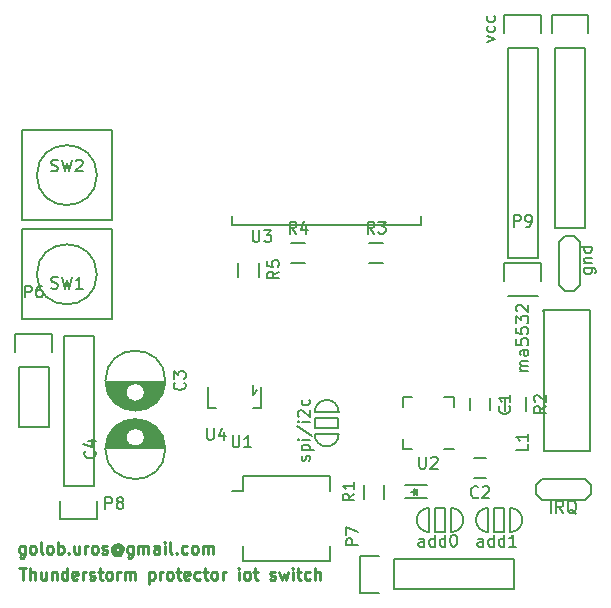
<source format=gto>
G04 #@! TF.FileFunction,Legend,Top*
%FSLAX46Y46*%
G04 Gerber Fmt 4.6, Leading zero omitted, Abs format (unit mm)*
G04 Created by KiCad (PCBNEW (2015-08-08 BZR 6073)-product) date Wed 19 Aug 2015 12:39:56 CEST*
%MOMM*%
G01*
G04 APERTURE LIST*
%ADD10C,0.100000*%
%ADD11C,0.250000*%
%ADD12C,0.150000*%
%ADD13C,0.152400*%
%ADD14C,0.203200*%
G04 APERTURE END LIST*
D10*
D11*
X21190474Y-77252381D02*
X21761903Y-77252381D01*
X21476188Y-78252381D02*
X21476188Y-77252381D01*
X22095236Y-78252381D02*
X22095236Y-77252381D01*
X22523808Y-78252381D02*
X22523808Y-77728571D01*
X22476189Y-77633333D01*
X22380951Y-77585714D01*
X22238093Y-77585714D01*
X22142855Y-77633333D01*
X22095236Y-77680952D01*
X23428570Y-77585714D02*
X23428570Y-78252381D01*
X22999998Y-77585714D02*
X22999998Y-78109524D01*
X23047617Y-78204762D01*
X23142855Y-78252381D01*
X23285713Y-78252381D01*
X23380951Y-78204762D01*
X23428570Y-78157143D01*
X23904760Y-77585714D02*
X23904760Y-78252381D01*
X23904760Y-77680952D02*
X23952379Y-77633333D01*
X24047617Y-77585714D01*
X24190475Y-77585714D01*
X24285713Y-77633333D01*
X24333332Y-77728571D01*
X24333332Y-78252381D01*
X25238094Y-78252381D02*
X25238094Y-77252381D01*
X25238094Y-78204762D02*
X25142856Y-78252381D01*
X24952379Y-78252381D01*
X24857141Y-78204762D01*
X24809522Y-78157143D01*
X24761903Y-78061905D01*
X24761903Y-77776190D01*
X24809522Y-77680952D01*
X24857141Y-77633333D01*
X24952379Y-77585714D01*
X25142856Y-77585714D01*
X25238094Y-77633333D01*
X26095237Y-78204762D02*
X25999999Y-78252381D01*
X25809522Y-78252381D01*
X25714284Y-78204762D01*
X25666665Y-78109524D01*
X25666665Y-77728571D01*
X25714284Y-77633333D01*
X25809522Y-77585714D01*
X25999999Y-77585714D01*
X26095237Y-77633333D01*
X26142856Y-77728571D01*
X26142856Y-77823810D01*
X25666665Y-77919048D01*
X26571427Y-78252381D02*
X26571427Y-77585714D01*
X26571427Y-77776190D02*
X26619046Y-77680952D01*
X26666665Y-77633333D01*
X26761903Y-77585714D01*
X26857142Y-77585714D01*
X27142856Y-78204762D02*
X27238094Y-78252381D01*
X27428570Y-78252381D01*
X27523809Y-78204762D01*
X27571428Y-78109524D01*
X27571428Y-78061905D01*
X27523809Y-77966667D01*
X27428570Y-77919048D01*
X27285713Y-77919048D01*
X27190475Y-77871429D01*
X27142856Y-77776190D01*
X27142856Y-77728571D01*
X27190475Y-77633333D01*
X27285713Y-77585714D01*
X27428570Y-77585714D01*
X27523809Y-77633333D01*
X27857142Y-77585714D02*
X28238094Y-77585714D01*
X27999999Y-77252381D02*
X27999999Y-78109524D01*
X28047618Y-78204762D01*
X28142856Y-78252381D01*
X28238094Y-78252381D01*
X28714285Y-78252381D02*
X28619047Y-78204762D01*
X28571428Y-78157143D01*
X28523809Y-78061905D01*
X28523809Y-77776190D01*
X28571428Y-77680952D01*
X28619047Y-77633333D01*
X28714285Y-77585714D01*
X28857143Y-77585714D01*
X28952381Y-77633333D01*
X29000000Y-77680952D01*
X29047619Y-77776190D01*
X29047619Y-78061905D01*
X29000000Y-78157143D01*
X28952381Y-78204762D01*
X28857143Y-78252381D01*
X28714285Y-78252381D01*
X29476190Y-78252381D02*
X29476190Y-77585714D01*
X29476190Y-77776190D02*
X29523809Y-77680952D01*
X29571428Y-77633333D01*
X29666666Y-77585714D01*
X29761905Y-77585714D01*
X30095238Y-78252381D02*
X30095238Y-77585714D01*
X30095238Y-77680952D02*
X30142857Y-77633333D01*
X30238095Y-77585714D01*
X30380953Y-77585714D01*
X30476191Y-77633333D01*
X30523810Y-77728571D01*
X30523810Y-78252381D01*
X30523810Y-77728571D02*
X30571429Y-77633333D01*
X30666667Y-77585714D01*
X30809524Y-77585714D01*
X30904762Y-77633333D01*
X30952381Y-77728571D01*
X30952381Y-78252381D01*
X32190476Y-77585714D02*
X32190476Y-78585714D01*
X32190476Y-77633333D02*
X32285714Y-77585714D01*
X32476191Y-77585714D01*
X32571429Y-77633333D01*
X32619048Y-77680952D01*
X32666667Y-77776190D01*
X32666667Y-78061905D01*
X32619048Y-78157143D01*
X32571429Y-78204762D01*
X32476191Y-78252381D01*
X32285714Y-78252381D01*
X32190476Y-78204762D01*
X33095238Y-78252381D02*
X33095238Y-77585714D01*
X33095238Y-77776190D02*
X33142857Y-77680952D01*
X33190476Y-77633333D01*
X33285714Y-77585714D01*
X33380953Y-77585714D01*
X33857143Y-78252381D02*
X33761905Y-78204762D01*
X33714286Y-78157143D01*
X33666667Y-78061905D01*
X33666667Y-77776190D01*
X33714286Y-77680952D01*
X33761905Y-77633333D01*
X33857143Y-77585714D01*
X34000001Y-77585714D01*
X34095239Y-77633333D01*
X34142858Y-77680952D01*
X34190477Y-77776190D01*
X34190477Y-78061905D01*
X34142858Y-78157143D01*
X34095239Y-78204762D01*
X34000001Y-78252381D01*
X33857143Y-78252381D01*
X34476191Y-77585714D02*
X34857143Y-77585714D01*
X34619048Y-77252381D02*
X34619048Y-78109524D01*
X34666667Y-78204762D01*
X34761905Y-78252381D01*
X34857143Y-78252381D01*
X35571430Y-78204762D02*
X35476192Y-78252381D01*
X35285715Y-78252381D01*
X35190477Y-78204762D01*
X35142858Y-78109524D01*
X35142858Y-77728571D01*
X35190477Y-77633333D01*
X35285715Y-77585714D01*
X35476192Y-77585714D01*
X35571430Y-77633333D01*
X35619049Y-77728571D01*
X35619049Y-77823810D01*
X35142858Y-77919048D01*
X36476192Y-78204762D02*
X36380954Y-78252381D01*
X36190477Y-78252381D01*
X36095239Y-78204762D01*
X36047620Y-78157143D01*
X36000001Y-78061905D01*
X36000001Y-77776190D01*
X36047620Y-77680952D01*
X36095239Y-77633333D01*
X36190477Y-77585714D01*
X36380954Y-77585714D01*
X36476192Y-77633333D01*
X36761906Y-77585714D02*
X37142858Y-77585714D01*
X36904763Y-77252381D02*
X36904763Y-78109524D01*
X36952382Y-78204762D01*
X37047620Y-78252381D01*
X37142858Y-78252381D01*
X37619049Y-78252381D02*
X37523811Y-78204762D01*
X37476192Y-78157143D01*
X37428573Y-78061905D01*
X37428573Y-77776190D01*
X37476192Y-77680952D01*
X37523811Y-77633333D01*
X37619049Y-77585714D01*
X37761907Y-77585714D01*
X37857145Y-77633333D01*
X37904764Y-77680952D01*
X37952383Y-77776190D01*
X37952383Y-78061905D01*
X37904764Y-78157143D01*
X37857145Y-78204762D01*
X37761907Y-78252381D01*
X37619049Y-78252381D01*
X38380954Y-78252381D02*
X38380954Y-77585714D01*
X38380954Y-77776190D02*
X38428573Y-77680952D01*
X38476192Y-77633333D01*
X38571430Y-77585714D01*
X38666669Y-77585714D01*
X39761907Y-78252381D02*
X39761907Y-77585714D01*
X39761907Y-77252381D02*
X39714288Y-77300000D01*
X39761907Y-77347619D01*
X39809526Y-77300000D01*
X39761907Y-77252381D01*
X39761907Y-77347619D01*
X40380954Y-78252381D02*
X40285716Y-78204762D01*
X40238097Y-78157143D01*
X40190478Y-78061905D01*
X40190478Y-77776190D01*
X40238097Y-77680952D01*
X40285716Y-77633333D01*
X40380954Y-77585714D01*
X40523812Y-77585714D01*
X40619050Y-77633333D01*
X40666669Y-77680952D01*
X40714288Y-77776190D01*
X40714288Y-78061905D01*
X40666669Y-78157143D01*
X40619050Y-78204762D01*
X40523812Y-78252381D01*
X40380954Y-78252381D01*
X41000002Y-77585714D02*
X41380954Y-77585714D01*
X41142859Y-77252381D02*
X41142859Y-78109524D01*
X41190478Y-78204762D01*
X41285716Y-78252381D01*
X41380954Y-78252381D01*
X42428574Y-78204762D02*
X42523812Y-78252381D01*
X42714288Y-78252381D01*
X42809527Y-78204762D01*
X42857146Y-78109524D01*
X42857146Y-78061905D01*
X42809527Y-77966667D01*
X42714288Y-77919048D01*
X42571431Y-77919048D01*
X42476193Y-77871429D01*
X42428574Y-77776190D01*
X42428574Y-77728571D01*
X42476193Y-77633333D01*
X42571431Y-77585714D01*
X42714288Y-77585714D01*
X42809527Y-77633333D01*
X43190479Y-77585714D02*
X43380955Y-78252381D01*
X43571432Y-77776190D01*
X43761908Y-78252381D01*
X43952384Y-77585714D01*
X44333336Y-78252381D02*
X44333336Y-77585714D01*
X44333336Y-77252381D02*
X44285717Y-77300000D01*
X44333336Y-77347619D01*
X44380955Y-77300000D01*
X44333336Y-77252381D01*
X44333336Y-77347619D01*
X44666669Y-77585714D02*
X45047621Y-77585714D01*
X44809526Y-77252381D02*
X44809526Y-78109524D01*
X44857145Y-78204762D01*
X44952383Y-78252381D01*
X45047621Y-78252381D01*
X45809527Y-78204762D02*
X45714289Y-78252381D01*
X45523812Y-78252381D01*
X45428574Y-78204762D01*
X45380955Y-78157143D01*
X45333336Y-78061905D01*
X45333336Y-77776190D01*
X45380955Y-77680952D01*
X45428574Y-77633333D01*
X45523812Y-77585714D01*
X45714289Y-77585714D01*
X45809527Y-77633333D01*
X46238098Y-78252381D02*
X46238098Y-77252381D01*
X46666670Y-78252381D02*
X46666670Y-77728571D01*
X46619051Y-77633333D01*
X46523813Y-77585714D01*
X46380955Y-77585714D01*
X46285717Y-77633333D01*
X46238098Y-77680952D01*
X21638096Y-75385714D02*
X21638096Y-76195238D01*
X21590477Y-76290476D01*
X21542858Y-76338095D01*
X21447619Y-76385714D01*
X21304762Y-76385714D01*
X21209524Y-76338095D01*
X21638096Y-76004762D02*
X21542858Y-76052381D01*
X21352381Y-76052381D01*
X21257143Y-76004762D01*
X21209524Y-75957143D01*
X21161905Y-75861905D01*
X21161905Y-75576190D01*
X21209524Y-75480952D01*
X21257143Y-75433333D01*
X21352381Y-75385714D01*
X21542858Y-75385714D01*
X21638096Y-75433333D01*
X22257143Y-76052381D02*
X22161905Y-76004762D01*
X22114286Y-75957143D01*
X22066667Y-75861905D01*
X22066667Y-75576190D01*
X22114286Y-75480952D01*
X22161905Y-75433333D01*
X22257143Y-75385714D01*
X22400001Y-75385714D01*
X22495239Y-75433333D01*
X22542858Y-75480952D01*
X22590477Y-75576190D01*
X22590477Y-75861905D01*
X22542858Y-75957143D01*
X22495239Y-76004762D01*
X22400001Y-76052381D01*
X22257143Y-76052381D01*
X23161905Y-76052381D02*
X23066667Y-76004762D01*
X23019048Y-75909524D01*
X23019048Y-75052381D01*
X23685715Y-76052381D02*
X23590477Y-76004762D01*
X23542858Y-75957143D01*
X23495239Y-75861905D01*
X23495239Y-75576190D01*
X23542858Y-75480952D01*
X23590477Y-75433333D01*
X23685715Y-75385714D01*
X23828573Y-75385714D01*
X23923811Y-75433333D01*
X23971430Y-75480952D01*
X24019049Y-75576190D01*
X24019049Y-75861905D01*
X23971430Y-75957143D01*
X23923811Y-76004762D01*
X23828573Y-76052381D01*
X23685715Y-76052381D01*
X24447620Y-76052381D02*
X24447620Y-75052381D01*
X24447620Y-75433333D02*
X24542858Y-75385714D01*
X24733335Y-75385714D01*
X24828573Y-75433333D01*
X24876192Y-75480952D01*
X24923811Y-75576190D01*
X24923811Y-75861905D01*
X24876192Y-75957143D01*
X24828573Y-76004762D01*
X24733335Y-76052381D01*
X24542858Y-76052381D01*
X24447620Y-76004762D01*
X25352382Y-75957143D02*
X25400001Y-76004762D01*
X25352382Y-76052381D01*
X25304763Y-76004762D01*
X25352382Y-75957143D01*
X25352382Y-76052381D01*
X26257144Y-75385714D02*
X26257144Y-76052381D01*
X25828572Y-75385714D02*
X25828572Y-75909524D01*
X25876191Y-76004762D01*
X25971429Y-76052381D01*
X26114287Y-76052381D01*
X26209525Y-76004762D01*
X26257144Y-75957143D01*
X26733334Y-76052381D02*
X26733334Y-75385714D01*
X26733334Y-75576190D02*
X26780953Y-75480952D01*
X26828572Y-75433333D01*
X26923810Y-75385714D01*
X27019049Y-75385714D01*
X27495239Y-76052381D02*
X27400001Y-76004762D01*
X27352382Y-75957143D01*
X27304763Y-75861905D01*
X27304763Y-75576190D01*
X27352382Y-75480952D01*
X27400001Y-75433333D01*
X27495239Y-75385714D01*
X27638097Y-75385714D01*
X27733335Y-75433333D01*
X27780954Y-75480952D01*
X27828573Y-75576190D01*
X27828573Y-75861905D01*
X27780954Y-75957143D01*
X27733335Y-76004762D01*
X27638097Y-76052381D01*
X27495239Y-76052381D01*
X28209525Y-76004762D02*
X28304763Y-76052381D01*
X28495239Y-76052381D01*
X28590478Y-76004762D01*
X28638097Y-75909524D01*
X28638097Y-75861905D01*
X28590478Y-75766667D01*
X28495239Y-75719048D01*
X28352382Y-75719048D01*
X28257144Y-75671429D01*
X28209525Y-75576190D01*
X28209525Y-75528571D01*
X28257144Y-75433333D01*
X28352382Y-75385714D01*
X28495239Y-75385714D01*
X28590478Y-75433333D01*
X29685716Y-75576190D02*
X29638097Y-75528571D01*
X29542859Y-75480952D01*
X29447621Y-75480952D01*
X29352383Y-75528571D01*
X29304763Y-75576190D01*
X29257144Y-75671429D01*
X29257144Y-75766667D01*
X29304763Y-75861905D01*
X29352383Y-75909524D01*
X29447621Y-75957143D01*
X29542859Y-75957143D01*
X29638097Y-75909524D01*
X29685716Y-75861905D01*
X29685716Y-75480952D02*
X29685716Y-75861905D01*
X29733335Y-75909524D01*
X29780954Y-75909524D01*
X29876192Y-75861905D01*
X29923811Y-75766667D01*
X29923811Y-75528571D01*
X29828573Y-75385714D01*
X29685716Y-75290476D01*
X29495240Y-75242857D01*
X29304763Y-75290476D01*
X29161906Y-75385714D01*
X29066668Y-75528571D01*
X29019049Y-75719048D01*
X29066668Y-75909524D01*
X29161906Y-76052381D01*
X29304763Y-76147619D01*
X29495240Y-76195238D01*
X29685716Y-76147619D01*
X29828573Y-76052381D01*
X30780954Y-75385714D02*
X30780954Y-76195238D01*
X30733335Y-76290476D01*
X30685716Y-76338095D01*
X30590477Y-76385714D01*
X30447620Y-76385714D01*
X30352382Y-76338095D01*
X30780954Y-76004762D02*
X30685716Y-76052381D01*
X30495239Y-76052381D01*
X30400001Y-76004762D01*
X30352382Y-75957143D01*
X30304763Y-75861905D01*
X30304763Y-75576190D01*
X30352382Y-75480952D01*
X30400001Y-75433333D01*
X30495239Y-75385714D01*
X30685716Y-75385714D01*
X30780954Y-75433333D01*
X31257144Y-76052381D02*
X31257144Y-75385714D01*
X31257144Y-75480952D02*
X31304763Y-75433333D01*
X31400001Y-75385714D01*
X31542859Y-75385714D01*
X31638097Y-75433333D01*
X31685716Y-75528571D01*
X31685716Y-76052381D01*
X31685716Y-75528571D02*
X31733335Y-75433333D01*
X31828573Y-75385714D01*
X31971430Y-75385714D01*
X32066668Y-75433333D01*
X32114287Y-75528571D01*
X32114287Y-76052381D01*
X33019049Y-76052381D02*
X33019049Y-75528571D01*
X32971430Y-75433333D01*
X32876192Y-75385714D01*
X32685715Y-75385714D01*
X32590477Y-75433333D01*
X33019049Y-76004762D02*
X32923811Y-76052381D01*
X32685715Y-76052381D01*
X32590477Y-76004762D01*
X32542858Y-75909524D01*
X32542858Y-75814286D01*
X32590477Y-75719048D01*
X32685715Y-75671429D01*
X32923811Y-75671429D01*
X33019049Y-75623810D01*
X33495239Y-76052381D02*
X33495239Y-75385714D01*
X33495239Y-75052381D02*
X33447620Y-75100000D01*
X33495239Y-75147619D01*
X33542858Y-75100000D01*
X33495239Y-75052381D01*
X33495239Y-75147619D01*
X34114286Y-76052381D02*
X34019048Y-76004762D01*
X33971429Y-75909524D01*
X33971429Y-75052381D01*
X34495239Y-75957143D02*
X34542858Y-76004762D01*
X34495239Y-76052381D01*
X34447620Y-76004762D01*
X34495239Y-75957143D01*
X34495239Y-76052381D01*
X35400001Y-76004762D02*
X35304763Y-76052381D01*
X35114286Y-76052381D01*
X35019048Y-76004762D01*
X34971429Y-75957143D01*
X34923810Y-75861905D01*
X34923810Y-75576190D01*
X34971429Y-75480952D01*
X35019048Y-75433333D01*
X35114286Y-75385714D01*
X35304763Y-75385714D01*
X35400001Y-75433333D01*
X35971429Y-76052381D02*
X35876191Y-76004762D01*
X35828572Y-75957143D01*
X35780953Y-75861905D01*
X35780953Y-75576190D01*
X35828572Y-75480952D01*
X35876191Y-75433333D01*
X35971429Y-75385714D01*
X36114287Y-75385714D01*
X36209525Y-75433333D01*
X36257144Y-75480952D01*
X36304763Y-75576190D01*
X36304763Y-75861905D01*
X36257144Y-75957143D01*
X36209525Y-76004762D01*
X36114287Y-76052381D01*
X35971429Y-76052381D01*
X36733334Y-76052381D02*
X36733334Y-75385714D01*
X36733334Y-75480952D02*
X36780953Y-75433333D01*
X36876191Y-75385714D01*
X37019049Y-75385714D01*
X37114287Y-75433333D01*
X37161906Y-75528571D01*
X37161906Y-76052381D01*
X37161906Y-75528571D02*
X37209525Y-75433333D01*
X37304763Y-75385714D01*
X37447620Y-75385714D01*
X37542858Y-75433333D01*
X37590477Y-75528571D01*
X37590477Y-76052381D01*
D12*
X55700000Y-70250000D02*
X53800000Y-70250000D01*
X55700000Y-71350000D02*
X53800000Y-71350000D01*
X54800000Y-70800000D02*
X54350000Y-70800000D01*
X54850000Y-71050000D02*
X54850000Y-70550000D01*
X54850000Y-70800000D02*
X54600000Y-71050000D01*
X54600000Y-71050000D02*
X54600000Y-70550000D01*
X54600000Y-70550000D02*
X54850000Y-70800000D01*
X65700000Y-55400000D02*
X69500000Y-55400000D01*
X69500000Y-55400000D02*
X69500000Y-67400000D01*
X69500000Y-67400000D02*
X65600000Y-67400000D01*
X65600000Y-67400000D02*
X65600000Y-55300000D01*
X65600000Y-55300000D02*
X65500000Y-55500000D01*
X65070000Y-33270000D02*
X65070000Y-51050000D01*
X65070000Y-51050000D02*
X62530000Y-51050000D01*
X62530000Y-51050000D02*
X62530000Y-33270000D01*
X65350000Y-30450000D02*
X65350000Y-32000000D01*
X65070000Y-33270000D02*
X62530000Y-33270000D01*
X62250000Y-32000000D02*
X62250000Y-30450000D01*
X62250000Y-30450000D02*
X65350000Y-30450000D01*
X69070000Y-33270000D02*
X69070000Y-48510000D01*
X69070000Y-48510000D02*
X66530000Y-48510000D01*
X66530000Y-48510000D02*
X66530000Y-33270000D01*
X69350000Y-30450000D02*
X69350000Y-32000000D01*
X69070000Y-33270000D02*
X66530000Y-33270000D01*
X66250000Y-32000000D02*
X66250000Y-30450000D01*
X66250000Y-30450000D02*
X69350000Y-30450000D01*
X21130000Y-60270000D02*
X21130000Y-65350000D01*
X21130000Y-65350000D02*
X23670000Y-65350000D01*
X23670000Y-65350000D02*
X23670000Y-60270000D01*
X23950000Y-57450000D02*
X23950000Y-59000000D01*
X23670000Y-60270000D02*
X21130000Y-60270000D01*
X20850000Y-59000000D02*
X20850000Y-57450000D01*
X20850000Y-57450000D02*
X23950000Y-57450000D01*
X24930000Y-70330000D02*
X24930000Y-57630000D01*
X24930000Y-57630000D02*
X27470000Y-57630000D01*
X27470000Y-57630000D02*
X27470000Y-70330000D01*
X24650000Y-73150000D02*
X24650000Y-71600000D01*
X24930000Y-70330000D02*
X27470000Y-70330000D01*
X27750000Y-71600000D02*
X27750000Y-73150000D01*
X27750000Y-73150000D02*
X24650000Y-73150000D01*
X27740000Y-52400000D02*
G75*
G03X27740000Y-52400000I-2540000J0D01*
G01*
X29010000Y-56210000D02*
X21390000Y-56210000D01*
X21390000Y-56210000D02*
X21390000Y-48590000D01*
X21390000Y-48590000D02*
X29010000Y-48590000D01*
X29010000Y-56210000D02*
X29010000Y-48590000D01*
X27740000Y-44000000D02*
G75*
G03X27740000Y-44000000I-2540000J0D01*
G01*
X21390000Y-40190000D02*
X29010000Y-40190000D01*
X29010000Y-40190000D02*
X29010000Y-47810000D01*
X29010000Y-47810000D02*
X21390000Y-47810000D01*
X21390000Y-40190000D02*
X21390000Y-47810000D01*
X40135000Y-69505000D02*
X40135000Y-70775000D01*
X47485000Y-69505000D02*
X47485000Y-70775000D01*
X47485000Y-76635000D02*
X47485000Y-75365000D01*
X40135000Y-76635000D02*
X40135000Y-75365000D01*
X40135000Y-69505000D02*
X47485000Y-69505000D01*
X40135000Y-76635000D02*
X47485000Y-76635000D01*
X40135000Y-70775000D02*
X39200000Y-70775000D01*
X53625000Y-67175000D02*
X53625000Y-66375000D01*
X57975000Y-62825000D02*
X57975000Y-63625000D01*
X53625000Y-62825000D02*
X53625000Y-63625000D01*
X57975000Y-67175000D02*
X57175000Y-67175000D01*
X57975000Y-62825000D02*
X57175000Y-62825000D01*
X53625000Y-62825000D02*
X54425000Y-62825000D01*
X53625000Y-67175000D02*
X54425000Y-67175000D01*
D13*
X39184000Y-47459000D02*
X39184000Y-48221000D01*
X39184000Y-48221000D02*
X55186000Y-48221000D01*
X55186000Y-48221000D02*
X55186000Y-47459000D01*
D12*
X41299920Y-62199340D02*
X41051000Y-62499060D01*
X41051000Y-62499060D02*
X40949400Y-62648920D01*
X40949400Y-62648920D02*
X40949400Y-61800560D01*
X41650440Y-63700480D02*
X41650440Y-61899620D01*
X41650440Y-63700480D02*
X41000200Y-63700480D01*
X37149560Y-63700480D02*
X37149560Y-61899620D01*
X37149560Y-63700480D02*
X37799800Y-63700480D01*
X69105000Y-71489000D02*
X65422000Y-71489000D01*
X65422000Y-71489000D02*
X64914000Y-70981000D01*
X64914000Y-70981000D02*
X64914000Y-70219000D01*
X64914000Y-70219000D02*
X65422000Y-69711000D01*
X65422000Y-69711000D02*
X69105000Y-69711000D01*
X69105000Y-69711000D02*
X69613000Y-70219000D01*
X69613000Y-70219000D02*
X69613000Y-70981000D01*
X69613000Y-70981000D02*
X69105000Y-71489000D01*
X66911000Y-53305000D02*
X66911000Y-49622000D01*
X66911000Y-49622000D02*
X67419000Y-49114000D01*
X67419000Y-49114000D02*
X68181000Y-49114000D01*
X68181000Y-49114000D02*
X68689000Y-49622000D01*
X68689000Y-49622000D02*
X68689000Y-53305000D01*
X68689000Y-53305000D02*
X68181000Y-53813000D01*
X68181000Y-53813000D02*
X67419000Y-53813000D01*
X67419000Y-53813000D02*
X66911000Y-53305000D01*
D14*
X48200000Y-64600000D02*
X46200000Y-64600000D01*
X46200000Y-64600000D02*
X46200000Y-65400000D01*
X46200000Y-65400000D02*
X48200000Y-65400000D01*
X48200000Y-65400000D02*
X48200000Y-64600000D01*
X46184000Y-65954000D02*
X48216000Y-65954000D01*
X48216000Y-64046000D02*
X46184000Y-64046000D01*
X46184000Y-65954000D02*
G75*
G03X47200000Y-66970000I1016000J0D01*
G01*
X47200000Y-66970000D02*
G75*
G03X48216000Y-65954000I0J1016000D01*
G01*
X48216000Y-64046000D02*
G75*
G03X47200000Y-63030000I-1016000J0D01*
G01*
X47200000Y-63030000D02*
G75*
G03X46184000Y-64046000I0J-1016000D01*
G01*
X62200000Y-74200000D02*
X62200000Y-72200000D01*
X62200000Y-72200000D02*
X61400000Y-72200000D01*
X61400000Y-72200000D02*
X61400000Y-74200000D01*
X61400000Y-74200000D02*
X62200000Y-74200000D01*
X60846000Y-72184000D02*
X60846000Y-74216000D01*
X62754000Y-74216000D02*
X62754000Y-72184000D01*
X60846000Y-72184000D02*
G75*
G03X59830000Y-73200000I0J-1016000D01*
G01*
X59830000Y-73200000D02*
G75*
G03X60846000Y-74216000I1016000J0D01*
G01*
X62754000Y-74216000D02*
G75*
G03X63770000Y-73200000I0J1016000D01*
G01*
X63770000Y-73200000D02*
G75*
G03X62754000Y-72184000I-1016000J0D01*
G01*
X56400000Y-72200000D02*
X56400000Y-74200000D01*
X56400000Y-74200000D02*
X57200000Y-74200000D01*
X57200000Y-74200000D02*
X57200000Y-72200000D01*
X57200000Y-72200000D02*
X56400000Y-72200000D01*
X57754000Y-74216000D02*
X57754000Y-72184000D01*
X55846000Y-72184000D02*
X55846000Y-74216000D01*
X57754000Y-74216000D02*
G75*
G03X58770000Y-73200000I0J1016000D01*
G01*
X58770000Y-73200000D02*
G75*
G03X57754000Y-72184000I-1016000J0D01*
G01*
X55846000Y-72184000D02*
G75*
G03X54830000Y-73200000I0J-1016000D01*
G01*
X54830000Y-73200000D02*
G75*
G03X55846000Y-74216000I1016000J0D01*
G01*
D12*
X33499000Y-61475000D02*
X28501000Y-61475000D01*
X33491000Y-61615000D02*
X31154000Y-61615000D01*
X30846000Y-61615000D02*
X28509000Y-61615000D01*
X33475000Y-61755000D02*
X31473000Y-61755000D01*
X30527000Y-61755000D02*
X28525000Y-61755000D01*
X33451000Y-61895000D02*
X31620000Y-61895000D01*
X30380000Y-61895000D02*
X28549000Y-61895000D01*
X33418000Y-62035000D02*
X31712000Y-62035000D01*
X30288000Y-62035000D02*
X28582000Y-62035000D01*
X33377000Y-62175000D02*
X31768000Y-62175000D01*
X30232000Y-62175000D02*
X28623000Y-62175000D01*
X33327000Y-62315000D02*
X31795000Y-62315000D01*
X30205000Y-62315000D02*
X28673000Y-62315000D01*
X33266000Y-62455000D02*
X31798000Y-62455000D01*
X30202000Y-62455000D02*
X28734000Y-62455000D01*
X33196000Y-62595000D02*
X31776000Y-62595000D01*
X30224000Y-62595000D02*
X28804000Y-62595000D01*
X33114000Y-62735000D02*
X31726000Y-62735000D01*
X30274000Y-62735000D02*
X28886000Y-62735000D01*
X33019000Y-62875000D02*
X31644000Y-62875000D01*
X30356000Y-62875000D02*
X28981000Y-62875000D01*
X32908000Y-63015000D02*
X31512000Y-63015000D01*
X30488000Y-63015000D02*
X29092000Y-63015000D01*
X32780000Y-63155000D02*
X31265000Y-63155000D01*
X30735000Y-63155000D02*
X29220000Y-63155000D01*
X32631000Y-63295000D02*
X29369000Y-63295000D01*
X32452000Y-63435000D02*
X29548000Y-63435000D01*
X32233000Y-63575000D02*
X29767000Y-63575000D01*
X31944000Y-63715000D02*
X30056000Y-63715000D01*
X31472000Y-63855000D02*
X30528000Y-63855000D01*
X31800000Y-62400000D02*
G75*
G03X31800000Y-62400000I-800000J0D01*
G01*
X33537500Y-61400000D02*
G75*
G03X33537500Y-61400000I-2537500J0D01*
G01*
X28501000Y-67125000D02*
X33499000Y-67125000D01*
X28509000Y-66985000D02*
X30846000Y-66985000D01*
X31154000Y-66985000D02*
X33491000Y-66985000D01*
X28525000Y-66845000D02*
X30527000Y-66845000D01*
X31473000Y-66845000D02*
X33475000Y-66845000D01*
X28549000Y-66705000D02*
X30380000Y-66705000D01*
X31620000Y-66705000D02*
X33451000Y-66705000D01*
X28582000Y-66565000D02*
X30288000Y-66565000D01*
X31712000Y-66565000D02*
X33418000Y-66565000D01*
X28623000Y-66425000D02*
X30232000Y-66425000D01*
X31768000Y-66425000D02*
X33377000Y-66425000D01*
X28673000Y-66285000D02*
X30205000Y-66285000D01*
X31795000Y-66285000D02*
X33327000Y-66285000D01*
X28734000Y-66145000D02*
X30202000Y-66145000D01*
X31798000Y-66145000D02*
X33266000Y-66145000D01*
X28804000Y-66005000D02*
X30224000Y-66005000D01*
X31776000Y-66005000D02*
X33196000Y-66005000D01*
X28886000Y-65865000D02*
X30274000Y-65865000D01*
X31726000Y-65865000D02*
X33114000Y-65865000D01*
X28981000Y-65725000D02*
X30356000Y-65725000D01*
X31644000Y-65725000D02*
X33019000Y-65725000D01*
X29092000Y-65585000D02*
X30488000Y-65585000D01*
X31512000Y-65585000D02*
X32908000Y-65585000D01*
X29220000Y-65445000D02*
X30735000Y-65445000D01*
X31265000Y-65445000D02*
X32780000Y-65445000D01*
X29369000Y-65305000D02*
X32631000Y-65305000D01*
X29548000Y-65165000D02*
X32452000Y-65165000D01*
X29767000Y-65025000D02*
X32233000Y-65025000D01*
X30056000Y-64885000D02*
X31944000Y-64885000D01*
X30528000Y-64745000D02*
X31472000Y-64745000D01*
X31800000Y-66200000D02*
G75*
G03X31800000Y-66200000I-800000J0D01*
G01*
X33537500Y-67200000D02*
G75*
G03X33537500Y-67200000I-2537500J0D01*
G01*
X61050000Y-63900000D02*
X61050000Y-62900000D01*
X59350000Y-62900000D02*
X59350000Y-63900000D01*
X59700000Y-69650000D02*
X60700000Y-69650000D01*
X60700000Y-67950000D02*
X59700000Y-67950000D01*
X52075000Y-70200000D02*
X52075000Y-71400000D01*
X50325000Y-71400000D02*
X50325000Y-70200000D01*
X62325000Y-64000000D02*
X62325000Y-62800000D01*
X64075000Y-62800000D02*
X64075000Y-64000000D01*
X52000000Y-51475000D02*
X50800000Y-51475000D01*
X50800000Y-49725000D02*
X52000000Y-49725000D01*
X45400000Y-51475000D02*
X44200000Y-51475000D01*
X44200000Y-49725000D02*
X45400000Y-49725000D01*
X39725000Y-52600000D02*
X39725000Y-51400000D01*
X41475000Y-51400000D02*
X41475000Y-52600000D01*
X51600000Y-79350000D02*
X50050000Y-79350000D01*
X50050000Y-79350000D02*
X50050000Y-76250000D01*
X50050000Y-76250000D02*
X51600000Y-76250000D01*
X52870000Y-76530000D02*
X63030000Y-76530000D01*
X63030000Y-76530000D02*
X63030000Y-79070000D01*
X63030000Y-79070000D02*
X52870000Y-79070000D01*
X52870000Y-76530000D02*
X52870000Y-79070000D01*
X65350000Y-51450000D02*
X65350000Y-53000000D01*
X62250000Y-53000000D02*
X62250000Y-51450000D01*
X62250000Y-51450000D02*
X65350000Y-51450000D01*
X62530000Y-54270000D02*
X65070000Y-54270000D01*
X64252381Y-66766666D02*
X64252381Y-67242857D01*
X63252381Y-67242857D01*
X64252381Y-65909523D02*
X64252381Y-66480952D01*
X64252381Y-66195238D02*
X63252381Y-66195238D01*
X63395238Y-66290476D01*
X63490476Y-66385714D01*
X63538095Y-66480952D01*
X64252381Y-60585714D02*
X63585714Y-60585714D01*
X63680952Y-60585714D02*
X63633333Y-60538095D01*
X63585714Y-60442857D01*
X63585714Y-60299999D01*
X63633333Y-60204761D01*
X63728571Y-60157142D01*
X64252381Y-60157142D01*
X63728571Y-60157142D02*
X63633333Y-60109523D01*
X63585714Y-60014285D01*
X63585714Y-59871428D01*
X63633333Y-59776190D01*
X63728571Y-59728571D01*
X64252381Y-59728571D01*
X64252381Y-58823809D02*
X63728571Y-58823809D01*
X63633333Y-58871428D01*
X63585714Y-58966666D01*
X63585714Y-59157143D01*
X63633333Y-59252381D01*
X64204762Y-58823809D02*
X64252381Y-58919047D01*
X64252381Y-59157143D01*
X64204762Y-59252381D01*
X64109524Y-59300000D01*
X64014286Y-59300000D01*
X63919048Y-59252381D01*
X63871429Y-59157143D01*
X63871429Y-58919047D01*
X63823810Y-58823809D01*
X63252381Y-57871428D02*
X63252381Y-58347619D01*
X63728571Y-58395238D01*
X63680952Y-58347619D01*
X63633333Y-58252381D01*
X63633333Y-58014285D01*
X63680952Y-57919047D01*
X63728571Y-57871428D01*
X63823810Y-57823809D01*
X64061905Y-57823809D01*
X64157143Y-57871428D01*
X64204762Y-57919047D01*
X64252381Y-58014285D01*
X64252381Y-58252381D01*
X64204762Y-58347619D01*
X64157143Y-58395238D01*
X63252381Y-56919047D02*
X63252381Y-57395238D01*
X63728571Y-57442857D01*
X63680952Y-57395238D01*
X63633333Y-57300000D01*
X63633333Y-57061904D01*
X63680952Y-56966666D01*
X63728571Y-56919047D01*
X63823810Y-56871428D01*
X64061905Y-56871428D01*
X64157143Y-56919047D01*
X64204762Y-56966666D01*
X64252381Y-57061904D01*
X64252381Y-57300000D01*
X64204762Y-57395238D01*
X64157143Y-57442857D01*
X63252381Y-56538095D02*
X63252381Y-55919047D01*
X63633333Y-56252381D01*
X63633333Y-56109523D01*
X63680952Y-56014285D01*
X63728571Y-55966666D01*
X63823810Y-55919047D01*
X64061905Y-55919047D01*
X64157143Y-55966666D01*
X64204762Y-56014285D01*
X64252381Y-56109523D01*
X64252381Y-56395238D01*
X64204762Y-56490476D01*
X64157143Y-56538095D01*
X63347619Y-55538095D02*
X63300000Y-55490476D01*
X63252381Y-55395238D01*
X63252381Y-55157142D01*
X63300000Y-55061904D01*
X63347619Y-55014285D01*
X63442857Y-54966666D01*
X63538095Y-54966666D01*
X63680952Y-55014285D01*
X64252381Y-55585714D01*
X64252381Y-54966666D01*
X60785714Y-32695238D02*
X61452381Y-32457143D01*
X60785714Y-32219047D01*
X61404762Y-31409523D02*
X61452381Y-31504761D01*
X61452381Y-31695238D01*
X61404762Y-31790476D01*
X61357143Y-31838095D01*
X61261905Y-31885714D01*
X60976190Y-31885714D01*
X60880952Y-31838095D01*
X60833333Y-31790476D01*
X60785714Y-31695238D01*
X60785714Y-31504761D01*
X60833333Y-31409523D01*
X61404762Y-30552380D02*
X61452381Y-30647618D01*
X61452381Y-30838095D01*
X61404762Y-30933333D01*
X61357143Y-30980952D01*
X61261905Y-31028571D01*
X60976190Y-31028571D01*
X60880952Y-30980952D01*
X60833333Y-30933333D01*
X60785714Y-30838095D01*
X60785714Y-30647618D01*
X60833333Y-30552380D01*
X21661905Y-54352381D02*
X21661905Y-53352381D01*
X22042858Y-53352381D01*
X22138096Y-53400000D01*
X22185715Y-53447619D01*
X22233334Y-53542857D01*
X22233334Y-53685714D01*
X22185715Y-53780952D01*
X22138096Y-53828571D01*
X22042858Y-53876190D01*
X21661905Y-53876190D01*
X23090477Y-53352381D02*
X22900000Y-53352381D01*
X22804762Y-53400000D01*
X22757143Y-53447619D01*
X22661905Y-53590476D01*
X22614286Y-53780952D01*
X22614286Y-54161905D01*
X22661905Y-54257143D01*
X22709524Y-54304762D01*
X22804762Y-54352381D01*
X22995239Y-54352381D01*
X23090477Y-54304762D01*
X23138096Y-54257143D01*
X23185715Y-54161905D01*
X23185715Y-53923810D01*
X23138096Y-53828571D01*
X23090477Y-53780952D01*
X22995239Y-53733333D01*
X22804762Y-53733333D01*
X22709524Y-53780952D01*
X22661905Y-53828571D01*
X22614286Y-53923810D01*
X28461905Y-72252381D02*
X28461905Y-71252381D01*
X28842858Y-71252381D01*
X28938096Y-71300000D01*
X28985715Y-71347619D01*
X29033334Y-71442857D01*
X29033334Y-71585714D01*
X28985715Y-71680952D01*
X28938096Y-71728571D01*
X28842858Y-71776190D01*
X28461905Y-71776190D01*
X29604762Y-71680952D02*
X29509524Y-71633333D01*
X29461905Y-71585714D01*
X29414286Y-71490476D01*
X29414286Y-71442857D01*
X29461905Y-71347619D01*
X29509524Y-71300000D01*
X29604762Y-71252381D01*
X29795239Y-71252381D01*
X29890477Y-71300000D01*
X29938096Y-71347619D01*
X29985715Y-71442857D01*
X29985715Y-71490476D01*
X29938096Y-71585714D01*
X29890477Y-71633333D01*
X29795239Y-71680952D01*
X29604762Y-71680952D01*
X29509524Y-71728571D01*
X29461905Y-71776190D01*
X29414286Y-71871429D01*
X29414286Y-72061905D01*
X29461905Y-72157143D01*
X29509524Y-72204762D01*
X29604762Y-72252381D01*
X29795239Y-72252381D01*
X29890477Y-72204762D01*
X29938096Y-72157143D01*
X29985715Y-72061905D01*
X29985715Y-71871429D01*
X29938096Y-71776190D01*
X29890477Y-71728571D01*
X29795239Y-71680952D01*
X23866667Y-53566762D02*
X24009524Y-53614381D01*
X24247620Y-53614381D01*
X24342858Y-53566762D01*
X24390477Y-53519143D01*
X24438096Y-53423905D01*
X24438096Y-53328667D01*
X24390477Y-53233429D01*
X24342858Y-53185810D01*
X24247620Y-53138190D01*
X24057143Y-53090571D01*
X23961905Y-53042952D01*
X23914286Y-52995333D01*
X23866667Y-52900095D01*
X23866667Y-52804857D01*
X23914286Y-52709619D01*
X23961905Y-52662000D01*
X24057143Y-52614381D01*
X24295239Y-52614381D01*
X24438096Y-52662000D01*
X24771429Y-52614381D02*
X25009524Y-53614381D01*
X25200001Y-52900095D01*
X25390477Y-53614381D01*
X25628572Y-52614381D01*
X26533334Y-53614381D02*
X25961905Y-53614381D01*
X26247619Y-53614381D02*
X26247619Y-52614381D01*
X26152381Y-52757238D01*
X26057143Y-52852476D01*
X25961905Y-52900095D01*
X23866667Y-43642762D02*
X24009524Y-43690381D01*
X24247620Y-43690381D01*
X24342858Y-43642762D01*
X24390477Y-43595143D01*
X24438096Y-43499905D01*
X24438096Y-43404667D01*
X24390477Y-43309429D01*
X24342858Y-43261810D01*
X24247620Y-43214190D01*
X24057143Y-43166571D01*
X23961905Y-43118952D01*
X23914286Y-43071333D01*
X23866667Y-42976095D01*
X23866667Y-42880857D01*
X23914286Y-42785619D01*
X23961905Y-42738000D01*
X24057143Y-42690381D01*
X24295239Y-42690381D01*
X24438096Y-42738000D01*
X24771429Y-42690381D02*
X25009524Y-43690381D01*
X25200001Y-42976095D01*
X25390477Y-43690381D01*
X25628572Y-42690381D01*
X25961905Y-42785619D02*
X26009524Y-42738000D01*
X26104762Y-42690381D01*
X26342858Y-42690381D01*
X26438096Y-42738000D01*
X26485715Y-42785619D01*
X26533334Y-42880857D01*
X26533334Y-42976095D01*
X26485715Y-43118952D01*
X25914286Y-43690381D01*
X26533334Y-43690381D01*
X39238095Y-66032381D02*
X39238095Y-66841905D01*
X39285714Y-66937143D01*
X39333333Y-66984762D01*
X39428571Y-67032381D01*
X39619048Y-67032381D01*
X39714286Y-66984762D01*
X39761905Y-66937143D01*
X39809524Y-66841905D01*
X39809524Y-66032381D01*
X40809524Y-67032381D02*
X40238095Y-67032381D01*
X40523809Y-67032381D02*
X40523809Y-66032381D01*
X40428571Y-66175238D01*
X40333333Y-66270476D01*
X40238095Y-66318095D01*
X55038095Y-67852381D02*
X55038095Y-68661905D01*
X55085714Y-68757143D01*
X55133333Y-68804762D01*
X55228571Y-68852381D01*
X55419048Y-68852381D01*
X55514286Y-68804762D01*
X55561905Y-68757143D01*
X55609524Y-68661905D01*
X55609524Y-67852381D01*
X56038095Y-67947619D02*
X56085714Y-67900000D01*
X56180952Y-67852381D01*
X56419048Y-67852381D01*
X56514286Y-67900000D01*
X56561905Y-67947619D01*
X56609524Y-68042857D01*
X56609524Y-68138095D01*
X56561905Y-68280952D01*
X55990476Y-68852381D01*
X56609524Y-68852381D01*
X40938095Y-48652381D02*
X40938095Y-49461905D01*
X40985714Y-49557143D01*
X41033333Y-49604762D01*
X41128571Y-49652381D01*
X41319048Y-49652381D01*
X41414286Y-49604762D01*
X41461905Y-49557143D01*
X41509524Y-49461905D01*
X41509524Y-48652381D01*
X41890476Y-48652381D02*
X42509524Y-48652381D01*
X42176190Y-49033333D01*
X42319048Y-49033333D01*
X42414286Y-49080952D01*
X42461905Y-49128571D01*
X42509524Y-49223810D01*
X42509524Y-49461905D01*
X42461905Y-49557143D01*
X42414286Y-49604762D01*
X42319048Y-49652381D01*
X42033333Y-49652381D01*
X41938095Y-49604762D01*
X41890476Y-49557143D01*
X37064095Y-65418381D02*
X37064095Y-66227905D01*
X37111714Y-66323143D01*
X37159333Y-66370762D01*
X37254571Y-66418381D01*
X37445048Y-66418381D01*
X37540286Y-66370762D01*
X37587905Y-66323143D01*
X37635524Y-66227905D01*
X37635524Y-65418381D01*
X38540286Y-65751714D02*
X38540286Y-66418381D01*
X38302190Y-65370762D02*
X38064095Y-66085048D01*
X38683143Y-66085048D01*
X66176191Y-72576381D02*
X66176191Y-71576381D01*
X67223810Y-72576381D02*
X66890476Y-72100190D01*
X66652381Y-72576381D02*
X66652381Y-71576381D01*
X67033334Y-71576381D01*
X67128572Y-71624000D01*
X67176191Y-71671619D01*
X67223810Y-71766857D01*
X67223810Y-71909714D01*
X67176191Y-72004952D01*
X67128572Y-72052571D01*
X67033334Y-72100190D01*
X66652381Y-72100190D01*
X68319048Y-72671619D02*
X68223810Y-72624000D01*
X68128572Y-72528762D01*
X67985715Y-72385905D01*
X67890476Y-72338286D01*
X67795238Y-72338286D01*
X67842857Y-72576381D02*
X67747619Y-72528762D01*
X67652381Y-72433524D01*
X67604762Y-72243048D01*
X67604762Y-71909714D01*
X67652381Y-71719238D01*
X67747619Y-71624000D01*
X67842857Y-71576381D01*
X68033334Y-71576381D01*
X68128572Y-71624000D01*
X68223810Y-71719238D01*
X68271429Y-71909714D01*
X68271429Y-72243048D01*
X68223810Y-72433524D01*
X68128572Y-72528762D01*
X68033334Y-72576381D01*
X67842857Y-72576381D01*
X68985714Y-51890476D02*
X69795238Y-51890476D01*
X69890476Y-51938095D01*
X69938095Y-51985714D01*
X69985714Y-52080953D01*
X69985714Y-52223810D01*
X69938095Y-52319048D01*
X69604762Y-51890476D02*
X69652381Y-51985714D01*
X69652381Y-52176191D01*
X69604762Y-52271429D01*
X69557143Y-52319048D01*
X69461905Y-52366667D01*
X69176190Y-52366667D01*
X69080952Y-52319048D01*
X69033333Y-52271429D01*
X68985714Y-52176191D01*
X68985714Y-51985714D01*
X69033333Y-51890476D01*
X68985714Y-51414286D02*
X69652381Y-51414286D01*
X69080952Y-51414286D02*
X69033333Y-51366667D01*
X68985714Y-51271429D01*
X68985714Y-51128571D01*
X69033333Y-51033333D01*
X69128571Y-50985714D01*
X69652381Y-50985714D01*
X69652381Y-50080952D02*
X68652381Y-50080952D01*
X69604762Y-50080952D02*
X69652381Y-50176190D01*
X69652381Y-50366667D01*
X69604762Y-50461905D01*
X69557143Y-50509524D01*
X69461905Y-50557143D01*
X69176190Y-50557143D01*
X69080952Y-50509524D01*
X69033333Y-50461905D01*
X68985714Y-50366667D01*
X68985714Y-50176190D01*
X69033333Y-50080952D01*
X45704762Y-68171428D02*
X45752381Y-68076190D01*
X45752381Y-67885714D01*
X45704762Y-67790475D01*
X45609524Y-67742856D01*
X45561905Y-67742856D01*
X45466667Y-67790475D01*
X45419048Y-67885714D01*
X45419048Y-68028571D01*
X45371429Y-68123809D01*
X45276190Y-68171428D01*
X45228571Y-68171428D01*
X45133333Y-68123809D01*
X45085714Y-68028571D01*
X45085714Y-67885714D01*
X45133333Y-67790475D01*
X45085714Y-67314285D02*
X46085714Y-67314285D01*
X45133333Y-67314285D02*
X45085714Y-67219047D01*
X45085714Y-67028570D01*
X45133333Y-66933332D01*
X45180952Y-66885713D01*
X45276190Y-66838094D01*
X45561905Y-66838094D01*
X45657143Y-66885713D01*
X45704762Y-66933332D01*
X45752381Y-67028570D01*
X45752381Y-67219047D01*
X45704762Y-67314285D01*
X45752381Y-66409523D02*
X45085714Y-66409523D01*
X44752381Y-66409523D02*
X44800000Y-66457142D01*
X44847619Y-66409523D01*
X44800000Y-66361904D01*
X44752381Y-66409523D01*
X44847619Y-66409523D01*
X44704762Y-65219047D02*
X45990476Y-66076190D01*
X45752381Y-64885714D02*
X45085714Y-64885714D01*
X44752381Y-64885714D02*
X44800000Y-64933333D01*
X44847619Y-64885714D01*
X44800000Y-64838095D01*
X44752381Y-64885714D01*
X44847619Y-64885714D01*
X44847619Y-64457143D02*
X44800000Y-64409524D01*
X44752381Y-64314286D01*
X44752381Y-64076190D01*
X44800000Y-63980952D01*
X44847619Y-63933333D01*
X44942857Y-63885714D01*
X45038095Y-63885714D01*
X45180952Y-63933333D01*
X45752381Y-64504762D01*
X45752381Y-63885714D01*
X45704762Y-63028571D02*
X45752381Y-63123809D01*
X45752381Y-63314286D01*
X45704762Y-63409524D01*
X45657143Y-63457143D01*
X45561905Y-63504762D01*
X45276190Y-63504762D01*
X45180952Y-63457143D01*
X45133333Y-63409524D01*
X45085714Y-63314286D01*
X45085714Y-63123809D01*
X45133333Y-63028571D01*
X60433334Y-75452381D02*
X60433334Y-74928571D01*
X60385715Y-74833333D01*
X60290477Y-74785714D01*
X60100000Y-74785714D01*
X60004762Y-74833333D01*
X60433334Y-75404762D02*
X60338096Y-75452381D01*
X60100000Y-75452381D01*
X60004762Y-75404762D01*
X59957143Y-75309524D01*
X59957143Y-75214286D01*
X60004762Y-75119048D01*
X60100000Y-75071429D01*
X60338096Y-75071429D01*
X60433334Y-75023810D01*
X61338096Y-75452381D02*
X61338096Y-74452381D01*
X61338096Y-75404762D02*
X61242858Y-75452381D01*
X61052381Y-75452381D01*
X60957143Y-75404762D01*
X60909524Y-75357143D01*
X60861905Y-75261905D01*
X60861905Y-74976190D01*
X60909524Y-74880952D01*
X60957143Y-74833333D01*
X61052381Y-74785714D01*
X61242858Y-74785714D01*
X61338096Y-74833333D01*
X62242858Y-75452381D02*
X62242858Y-74452381D01*
X62242858Y-75404762D02*
X62147620Y-75452381D01*
X61957143Y-75452381D01*
X61861905Y-75404762D01*
X61814286Y-75357143D01*
X61766667Y-75261905D01*
X61766667Y-74976190D01*
X61814286Y-74880952D01*
X61861905Y-74833333D01*
X61957143Y-74785714D01*
X62147620Y-74785714D01*
X62242858Y-74833333D01*
X63242858Y-75452381D02*
X62671429Y-75452381D01*
X62957143Y-75452381D02*
X62957143Y-74452381D01*
X62861905Y-74595238D01*
X62766667Y-74690476D01*
X62671429Y-74738095D01*
X55433334Y-75452381D02*
X55433334Y-74928571D01*
X55385715Y-74833333D01*
X55290477Y-74785714D01*
X55100000Y-74785714D01*
X55004762Y-74833333D01*
X55433334Y-75404762D02*
X55338096Y-75452381D01*
X55100000Y-75452381D01*
X55004762Y-75404762D01*
X54957143Y-75309524D01*
X54957143Y-75214286D01*
X55004762Y-75119048D01*
X55100000Y-75071429D01*
X55338096Y-75071429D01*
X55433334Y-75023810D01*
X56338096Y-75452381D02*
X56338096Y-74452381D01*
X56338096Y-75404762D02*
X56242858Y-75452381D01*
X56052381Y-75452381D01*
X55957143Y-75404762D01*
X55909524Y-75357143D01*
X55861905Y-75261905D01*
X55861905Y-74976190D01*
X55909524Y-74880952D01*
X55957143Y-74833333D01*
X56052381Y-74785714D01*
X56242858Y-74785714D01*
X56338096Y-74833333D01*
X57242858Y-75452381D02*
X57242858Y-74452381D01*
X57242858Y-75404762D02*
X57147620Y-75452381D01*
X56957143Y-75452381D01*
X56861905Y-75404762D01*
X56814286Y-75357143D01*
X56766667Y-75261905D01*
X56766667Y-74976190D01*
X56814286Y-74880952D01*
X56861905Y-74833333D01*
X56957143Y-74785714D01*
X57147620Y-74785714D01*
X57242858Y-74833333D01*
X57909524Y-74452381D02*
X58004763Y-74452381D01*
X58100001Y-74500000D01*
X58147620Y-74547619D01*
X58195239Y-74642857D01*
X58242858Y-74833333D01*
X58242858Y-75071429D01*
X58195239Y-75261905D01*
X58147620Y-75357143D01*
X58100001Y-75404762D01*
X58004763Y-75452381D01*
X57909524Y-75452381D01*
X57814286Y-75404762D01*
X57766667Y-75357143D01*
X57719048Y-75261905D01*
X57671429Y-75071429D01*
X57671429Y-74833333D01*
X57719048Y-74642857D01*
X57766667Y-74547619D01*
X57814286Y-74500000D01*
X57909524Y-74452381D01*
X35157143Y-61566666D02*
X35204762Y-61614285D01*
X35252381Y-61757142D01*
X35252381Y-61852380D01*
X35204762Y-61995238D01*
X35109524Y-62090476D01*
X35014286Y-62138095D01*
X34823810Y-62185714D01*
X34680952Y-62185714D01*
X34490476Y-62138095D01*
X34395238Y-62090476D01*
X34300000Y-61995238D01*
X34252381Y-61852380D01*
X34252381Y-61757142D01*
X34300000Y-61614285D01*
X34347619Y-61566666D01*
X34252381Y-61233333D02*
X34252381Y-60614285D01*
X34633333Y-60947619D01*
X34633333Y-60804761D01*
X34680952Y-60709523D01*
X34728571Y-60661904D01*
X34823810Y-60614285D01*
X35061905Y-60614285D01*
X35157143Y-60661904D01*
X35204762Y-60709523D01*
X35252381Y-60804761D01*
X35252381Y-61090476D01*
X35204762Y-61185714D01*
X35157143Y-61233333D01*
X27557143Y-67366666D02*
X27604762Y-67414285D01*
X27652381Y-67557142D01*
X27652381Y-67652380D01*
X27604762Y-67795238D01*
X27509524Y-67890476D01*
X27414286Y-67938095D01*
X27223810Y-67985714D01*
X27080952Y-67985714D01*
X26890476Y-67938095D01*
X26795238Y-67890476D01*
X26700000Y-67795238D01*
X26652381Y-67652380D01*
X26652381Y-67557142D01*
X26700000Y-67414285D01*
X26747619Y-67366666D01*
X26985714Y-66509523D02*
X27652381Y-66509523D01*
X26604762Y-66747619D02*
X27319048Y-66985714D01*
X27319048Y-66366666D01*
X62657143Y-63566666D02*
X62704762Y-63614285D01*
X62752381Y-63757142D01*
X62752381Y-63852380D01*
X62704762Y-63995238D01*
X62609524Y-64090476D01*
X62514286Y-64138095D01*
X62323810Y-64185714D01*
X62180952Y-64185714D01*
X61990476Y-64138095D01*
X61895238Y-64090476D01*
X61800000Y-63995238D01*
X61752381Y-63852380D01*
X61752381Y-63757142D01*
X61800000Y-63614285D01*
X61847619Y-63566666D01*
X62752381Y-62614285D02*
X62752381Y-63185714D01*
X62752381Y-62900000D02*
X61752381Y-62900000D01*
X61895238Y-62995238D01*
X61990476Y-63090476D01*
X62038095Y-63185714D01*
X60033334Y-71257143D02*
X59985715Y-71304762D01*
X59842858Y-71352381D01*
X59747620Y-71352381D01*
X59604762Y-71304762D01*
X59509524Y-71209524D01*
X59461905Y-71114286D01*
X59414286Y-70923810D01*
X59414286Y-70780952D01*
X59461905Y-70590476D01*
X59509524Y-70495238D01*
X59604762Y-70400000D01*
X59747620Y-70352381D01*
X59842858Y-70352381D01*
X59985715Y-70400000D01*
X60033334Y-70447619D01*
X60414286Y-70447619D02*
X60461905Y-70400000D01*
X60557143Y-70352381D01*
X60795239Y-70352381D01*
X60890477Y-70400000D01*
X60938096Y-70447619D01*
X60985715Y-70542857D01*
X60985715Y-70638095D01*
X60938096Y-70780952D01*
X60366667Y-71352381D01*
X60985715Y-71352381D01*
X49552381Y-70966666D02*
X49076190Y-71300000D01*
X49552381Y-71538095D02*
X48552381Y-71538095D01*
X48552381Y-71157142D01*
X48600000Y-71061904D01*
X48647619Y-71014285D01*
X48742857Y-70966666D01*
X48885714Y-70966666D01*
X48980952Y-71014285D01*
X49028571Y-71061904D01*
X49076190Y-71157142D01*
X49076190Y-71538095D01*
X49552381Y-70014285D02*
X49552381Y-70585714D01*
X49552381Y-70300000D02*
X48552381Y-70300000D01*
X48695238Y-70395238D01*
X48790476Y-70490476D01*
X48838095Y-70585714D01*
X65752381Y-63566666D02*
X65276190Y-63900000D01*
X65752381Y-64138095D02*
X64752381Y-64138095D01*
X64752381Y-63757142D01*
X64800000Y-63661904D01*
X64847619Y-63614285D01*
X64942857Y-63566666D01*
X65085714Y-63566666D01*
X65180952Y-63614285D01*
X65228571Y-63661904D01*
X65276190Y-63757142D01*
X65276190Y-64138095D01*
X64847619Y-63185714D02*
X64800000Y-63138095D01*
X64752381Y-63042857D01*
X64752381Y-62804761D01*
X64800000Y-62709523D01*
X64847619Y-62661904D01*
X64942857Y-62614285D01*
X65038095Y-62614285D01*
X65180952Y-62661904D01*
X65752381Y-63233333D01*
X65752381Y-62614285D01*
X51233334Y-48952381D02*
X50900000Y-48476190D01*
X50661905Y-48952381D02*
X50661905Y-47952381D01*
X51042858Y-47952381D01*
X51138096Y-48000000D01*
X51185715Y-48047619D01*
X51233334Y-48142857D01*
X51233334Y-48285714D01*
X51185715Y-48380952D01*
X51138096Y-48428571D01*
X51042858Y-48476190D01*
X50661905Y-48476190D01*
X51566667Y-47952381D02*
X52185715Y-47952381D01*
X51852381Y-48333333D01*
X51995239Y-48333333D01*
X52090477Y-48380952D01*
X52138096Y-48428571D01*
X52185715Y-48523810D01*
X52185715Y-48761905D01*
X52138096Y-48857143D01*
X52090477Y-48904762D01*
X51995239Y-48952381D01*
X51709524Y-48952381D01*
X51614286Y-48904762D01*
X51566667Y-48857143D01*
X44633334Y-48952381D02*
X44300000Y-48476190D01*
X44061905Y-48952381D02*
X44061905Y-47952381D01*
X44442858Y-47952381D01*
X44538096Y-48000000D01*
X44585715Y-48047619D01*
X44633334Y-48142857D01*
X44633334Y-48285714D01*
X44585715Y-48380952D01*
X44538096Y-48428571D01*
X44442858Y-48476190D01*
X44061905Y-48476190D01*
X45490477Y-48285714D02*
X45490477Y-48952381D01*
X45252381Y-47904762D02*
X45014286Y-48619048D01*
X45633334Y-48619048D01*
X43152381Y-52166666D02*
X42676190Y-52500000D01*
X43152381Y-52738095D02*
X42152381Y-52738095D01*
X42152381Y-52357142D01*
X42200000Y-52261904D01*
X42247619Y-52214285D01*
X42342857Y-52166666D01*
X42485714Y-52166666D01*
X42580952Y-52214285D01*
X42628571Y-52261904D01*
X42676190Y-52357142D01*
X42676190Y-52738095D01*
X42152381Y-51261904D02*
X42152381Y-51738095D01*
X42628571Y-51785714D01*
X42580952Y-51738095D01*
X42533333Y-51642857D01*
X42533333Y-51404761D01*
X42580952Y-51309523D01*
X42628571Y-51261904D01*
X42723810Y-51214285D01*
X42961905Y-51214285D01*
X43057143Y-51261904D01*
X43104762Y-51309523D01*
X43152381Y-51404761D01*
X43152381Y-51642857D01*
X43104762Y-51738095D01*
X43057143Y-51785714D01*
X49852381Y-75338095D02*
X48852381Y-75338095D01*
X48852381Y-74957142D01*
X48900000Y-74861904D01*
X48947619Y-74814285D01*
X49042857Y-74766666D01*
X49185714Y-74766666D01*
X49280952Y-74814285D01*
X49328571Y-74861904D01*
X49376190Y-74957142D01*
X49376190Y-75338095D01*
X48852381Y-74433333D02*
X48852381Y-73766666D01*
X49852381Y-74195238D01*
X63061905Y-48352381D02*
X63061905Y-47352381D01*
X63442858Y-47352381D01*
X63538096Y-47400000D01*
X63585715Y-47447619D01*
X63633334Y-47542857D01*
X63633334Y-47685714D01*
X63585715Y-47780952D01*
X63538096Y-47828571D01*
X63442858Y-47876190D01*
X63061905Y-47876190D01*
X64109524Y-48352381D02*
X64300000Y-48352381D01*
X64395239Y-48304762D01*
X64442858Y-48257143D01*
X64538096Y-48114286D01*
X64585715Y-47923810D01*
X64585715Y-47542857D01*
X64538096Y-47447619D01*
X64490477Y-47400000D01*
X64395239Y-47352381D01*
X64204762Y-47352381D01*
X64109524Y-47400000D01*
X64061905Y-47447619D01*
X64014286Y-47542857D01*
X64014286Y-47780952D01*
X64061905Y-47876190D01*
X64109524Y-47923810D01*
X64204762Y-47971429D01*
X64395239Y-47971429D01*
X64490477Y-47923810D01*
X64538096Y-47876190D01*
X64585715Y-47780952D01*
M02*

</source>
